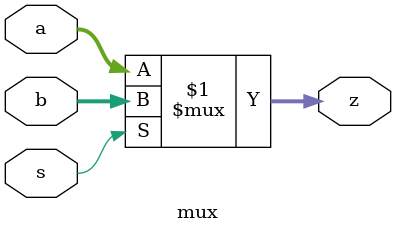
<source format=v>
`timescale 1ns/1ns

module mux(a, b, s, z);

input s;
input [31:0] a, b;
output [31:0] z;

assign z = s? b: a;

endmodule
</source>
